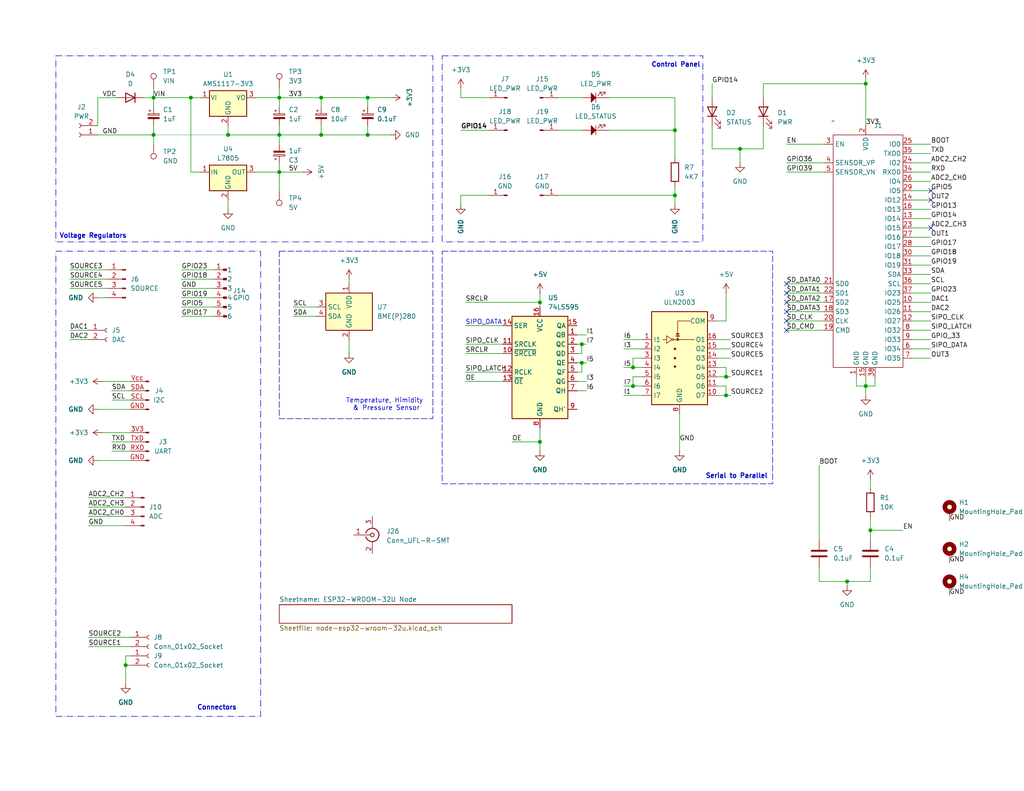
<source format=kicad_sch>
(kicad_sch (version 20231120) (generator "eeschema") (generator_version "8.0")
  (paper "USLetter")
  (title_block (title "ESP32 Sensor Node") (date "2024-07-03") (rev "v2.0") (comment 1 "ESP32-WROOM-32D Adapter"))
  (lib_symbols
    (symbol "+3V3_1" (power) (pin_numbers hide) (pin_names (offset 0) hide)
      (property "Value" "+3V3" (at 0 3.556 0))
      (symbol "+3V3_1_1_1"
        (pin power_in line (at 0 0 90) (length 0) (name "~") (number "1"))
      )
    )
    (symbol "+5V_1" (power) (pin_numbers hide) (pin_names (offset 0) hide)
      (property "Value" "+5V" (at 0 3.556 0))
      (symbol "+5V_1_1_1"
        (pin power_in line (at 0 0 90) (length 0) (name "~") (number "1"))
      )
    )
    (symbol "74xx:74LS595"
      (property "Reference" "U" (at -7.62 13.97 0))
      (property "Value" "74LS595" (at -7.62 -16.51 0))
      (symbol "74LS595_1_0"
        (pin tri_state line (at 10.16 7.62 180) (length 2.54) (name "QB") (number "1"))
        (pin input line (at -10.16 2.54 0) (length 2.54) (name "~{SRCLR}") (number "10"))
        (pin input line (at -10.16 5.08 0) (length 2.54) (name "SRCLK") (number "11"))
        (pin input line (at -10.16 -2.54 0) (length 2.54) (name "RCLK") (number "12"))
        (pin input line (at -10.16 -5.08 0) (length 2.54) (name "~{OE}") (number "13"))
        (pin input line (at -10.16 10.16 0) (length 2.54) (name "SER") (number "14"))
        (pin tri_state line (at 10.16 10.16 180) (length 2.54) (name "QA") (number "15"))
        (pin power_in line (at 0 15.24 270) (length 2.54) (name "VCC") (number "16"))
        (pin tri_state line (at 10.16 5.08 180) (length 2.54) (name "QC") (number "2"))
        (pin tri_state line (at 10.16 2.54 180) (length 2.54) (name "QD") (number "3"))
        (pin tri_state line (at 10.16 0 180) (length 2.54) (name "QE") (number "4"))
        (pin tri_state line (at 10.16 -2.54 180) (length 2.54) (name "QF") (number "5"))
        (pin tri_state line (at 10.16 -5.08 180) (length 2.54) (name "QG") (number "6"))
        (pin tri_state line (at 10.16 -7.62 180) (length 2.54) (name "QH") (number "7"))
        (pin power_in line (at 0 -17.78 90) (length 2.54) (name "GND") (number "8"))
        (pin output line (at 10.16 -12.7 180) (length 2.54) (name "QH'") (number "9"))
      )
    )
    (symbol "Alexander Symbol Library 2:Conn_UFL-R-SMT" (pin_names (offset 1.016) hide)
      (property "Reference" "J" (at -3.81 4.064 0))
      (property "Value" "Conn_UFL-R-SMT" (at 2.921 0 90))
      (symbol "Conn_UFL-R-SMT_1_1"
        (pin passive line (at -5.08 0 0) (length 2.54) (name "SIGNAL") (number "1"))
        (pin passive line (at 0 -5.08 90) (length 2.54) (name "GND") (number "2"))
        (pin passive line (at 0 5.08 270) (length 3.048) (name "GND") (number "3"))
      )
    )
    (symbol "Alexander Symbol Library:BME(P)280"
      (property "Reference" "U" (at -7.62 10.16 0))
      (property "Value" "BME(P)280" (at 5.08 10.16 0))
      (symbol "BME(P)280_1_1"
        (pin power_in line (at -1.27 10.16 270) (length 2.54) (name "VDD") (number "1"))
        (pin power_out line (at -1.27 -5.08 90) (length 2.54) (name "GND") (number "2"))
        (pin input line (at -10.16 3.81 0) (length 2.54) (name "SCL") (number "3"))
        (pin bidirectional line (at -10.16 1.27 0) (length 2.54) (name "SDA") (number "4"))
      )
    )
    (symbol "Alexander_Library_Symbols:Conn_2x3" (pin_names (offset 1.016))
      (property "Reference" "J" (at 0 0 0))
      (symbol "Conn_2x3_1_1"
        (pin bidirectional line (at -2.54 -2.54 0) (length 2.54) (name "1") (number "1"))
        (pin bidirectional line (at -2.54 -5.08 0) (length 2.54) (name "2") (number "2"))
        (pin bidirectional line (at -2.54 -7.62 0) (length 2.54) (name "3") (number "3"))
        (pin bidirectional line (at -2.54 -10.16 0) (length 2.54) (name "4") (number "4"))
        (pin bidirectional line (at -2.54 -12.7 0) (length 2.54) (name "5") (number "5"))
        (pin bidirectional line (at -2.54 -15.24 0) (length 2.54) (name "6") (number "6"))
      )
    )
    (symbol "Alexander_Library_Symbols:Conn_I2C_01x04" (pin_names (offset 1.016) hide)
      (property "Reference" "J" (at 0 5.08 0))
      (property "Value" "I2C" (at 0 -7.62 0))
      (symbol "Conn_I2C_01x04_1_1"
        (pin power_out line (at 5.08 -5.08 180) (length 3.81) (name "GND") (number "GND"))
        (pin bidirectional line (at 5.08 -2.54 180) (length 3.81) (name "SCL") (number "SCL"))
        (pin bidirectional line (at 5.08 0 180) (length 3.81) (name "SDA") (number "SDA"))
        (pin power_in line (at 5.08 2.54 180) (length 3.81) (name "VCC") (number "Vcc"))
      )
    )
    (symbol "Alexander_Library_Symbols:ESP32-WROOM-32D-SOCKET"
      (property "Reference" "J" (at 0 0 0))
      (symbol "ESP32-WROOM-32D-SOCKET_1_1"
        (pin power_out line (at 6.35 -69.85 90) (length 2.54) (name "GND") (number "1"))
        (pin bidirectional line (at 21.59 -49.53 180) (length 2.54) (name "IO25") (number "10"))
        (pin bidirectional line (at 21.59 -52.07 180) (length 2.54) (name "IO26") (number "11"))
        (pin bidirectional line (at 21.59 -54.61 180) (length 2.54) (name "IO27") (number "12"))
        (pin bidirectional line (at 21.59 -26.67 180) (length 2.54) (name "IO14") (number "13"))
        (pin bidirectional line (at 21.59 -21.59 180) (length 2.54) (name "IO12") (number "14"))
        (pin power_out line (at 8.89 -69.85 90) (length 2.54) (name "GND") (number "15"))
        (pin bidirectional line (at 21.59 -24.13 180) (length 2.54) (name "IO13") (number "16"))
        (pin input line (at -2.54 -49.53 0) (length 2.54) (name "SD2") (number "17"))
        (pin input line (at -2.54 -52.07 0) (length 2.54) (name "SD3") (number "18"))
        (pin input line (at -2.54 -57.15 0) (length 2.54) (name "CMD") (number "19"))
        (pin power_in line (at 8.89 -1.27 270) (length 2.54) (name "VDD") (number "2"))
        (pin input line (at -2.54 -54.61 0) (length 2.54) (name "CLK") (number "20"))
        (pin input line (at -2.54 -44.45 0) (length 2.54) (name "SD0") (number "21"))
        (pin input line (at -2.54 -46.99 0) (length 2.54) (name "SD1") (number "22"))
        (pin bidirectional line (at 21.59 -29.21 180) (length 2.54) (name "IO15") (number "23"))
        (pin bidirectional line (at 21.59 -11.43 180) (length 2.54) (name "IO2") (number "24"))
        (pin bidirectional line (at 21.59 -6.35 180) (length 2.54) (name "IO0") (number "25"))
        (pin bidirectional line (at 21.59 -16.51 180) (length 2.54) (name "IO4") (number "26"))
        (pin bidirectional line (at 21.59 -31.75 180) (length 2.54) (name "IO16") (number "27"))
        (pin bidirectional line (at 21.59 -34.29 180) (length 2.54) (name "IO17") (number "28"))
        (pin bidirectional line (at 21.59 -19.05 180) (length 2.54) (name "IO5") (number "29"))
        (pin input line (at -2.54 -6.35 0) (length 2.54) (name "EN") (number "3"))
        (pin bidirectional line (at 21.59 -36.83 180) (length 2.54) (name "IO18") (number "30"))
        (pin bidirectional line (at 21.59 -39.37 180) (length 2.54) (name "IO19") (number "31"))
        (pin bidirectional line (at 21.59 -41.91 180) (length 2.54) (name "SDA") (number "33"))
        (pin input line (at 21.59 -13.97 180) (length 2.54) (name "RXD0") (number "34"))
        (pin output line (at 21.59 -8.89 180) (length 2.54) (name "TXD0") (number "35"))
        (pin bidirectional line (at 21.59 -44.45 180) (length 2.54) (name "SCL") (number "36"))
        (pin bidirectional line (at 21.59 -46.99 180) (length 2.54) (name "IO23") (number "37"))
        (pin power_out line (at 11.43 -69.85 90) (length 2.54) (name "GND") (number "38"))
        (pin input line (at -2.54 -11.43 0) (length 2.54) (name "SENSOR_VP") (number "4"))
        (pin input line (at -2.54 -13.97 0) (length 2.54) (name "SENSOR_VN") (number "5"))
        (pin bidirectional line (at 21.59 -62.23 180) (length 2.54) (name "IO34") (number "6"))
        (pin bidirectional line (at 21.59 -64.77 180) (length 2.54) (name "IO35") (number "7"))
        (pin bidirectional line (at 21.59 -57.15 180) (length 2.54) (name "IO32") (number "8"))
        (pin bidirectional line (at 21.59 -59.69 180) (length 2.54) (name "IO33") (number "9"))
      )
    )
    (symbol "Conn_UART_1" (pin_names (offset 1.016) hide)
      (property "Reference" "J" (at 1.27 3.81 0))
      (property "Value" "UART" (at 2.54 -10.16 0))
      (symbol "Conn_UART_1_1_1"
        (pin power_in line (at 5.08 0 180) (length 3.81) (name "3V3") (number "3V3"))
        (pin power_out line (at 5.08 -7.62 180) (length 3.81) (name "GND") (number "GND"))
        (pin input line (at 5.08 -5.08 180) (length 3.81) (name "RXD") (number "RXD"))
        (pin output line (at 5.08 -2.54 180) (length 3.81) (name "TXD") (number "TXD"))
      )
    )
    (symbol "Connector:Conn_01x01_Pin" (pin_names (offset 1.016) hide)
      (property "Reference" "J" (at 0 2.54 0))
      (property "Value" "Conn_01x01_Pin" (at 0 -2.54 0))
      (symbol "Conn_01x01_Pin_1_1"
        (pin passive line (at 5.08 0 180) (length 3.81) (name "Pin_1") (number "1"))
      )
    )
    (symbol "Connector:Conn_01x02_Socket" (pin_names (offset 1.016) hide)
      (property "Reference" "J" (at 0 2.54 0))
      (property "Value" "Conn_01x02_Socket" (at 0 -5.08 0))
      (symbol "Conn_01x02_Socket_1_1"
        (pin passive line (at -5.08 0 0) (length 3.81) (name "Pin_1") (number "1"))
        (pin passive line (at -5.08 -2.54 0) (length 3.81) (name "Pin_2") (number "2"))
      )
    )
    (symbol "Connector:Conn_01x04_Pin" (pin_names (offset 1.016) hide)
      (property "Reference" "J" (at 0 5.08 0))
      (property "Value" "I2C" (at 0 -7.62 0))
      (symbol "Conn_01x04_Pin_1_1"
        (pin passive line (at 5.08 2.54 180) (length 3.81) (name "Pin_1") (number "1"))
        (pin passive line (at 5.08 0 180) (length 3.81) (name "Pin_2") (number "2"))
        (pin passive line (at 5.08 -2.54 180) (length 3.81) (name "Pin_3") (number "3"))
        (pin passive line (at 5.08 -5.08 180) (length 3.81) (name "Pin_4") (number "4"))
      )
    )
    (symbol "Connector:TestPoint" (pin_numbers hide) (pin_names (offset 0.762) hide)
      (property "Reference" "TP" (at 0 6.858 0))
      (property "Value" "TestPoint" (at 0 5.08 0))
      (symbol "TestPoint_1_1"
        (pin passive line (at 0 0 90) (length 2.54) (name "1") (number "1"))
      )
    )
    (symbol "Device:C" (pin_numbers hide) (pin_names (offset 0.254))
      (property "Reference" "C" (at 0.635 2.54 0))
      (property "Value" "C" (at 0.635 -2.54 0))
      (symbol "C_1_1"
        (pin passive line (at 0 3.81 270) (length 2.794) (name "~") (number "1"))
        (pin passive line (at 0 -3.81 90) (length 2.794) (name "~") (number "2"))
      )
    )
    (symbol "Device:C_Polarized_Small" (pin_numbers hide) (pin_names (offset 0.254) hide)
      (property "Reference" "C" (at 0.254 1.778 0))
      (property "Value" "C_Polarized_Small" (at 0.254 -2.032 0))
      (symbol "C_Polarized_Small_1_1"
        (pin passive line (at 0 2.54 270) (length 1.8542) (name "~") (number "1"))
        (pin passive line (at 0 -2.54 90) (length 1.8542) (name "~") (number "2"))
      )
    )
    (symbol "Device:D" (pin_numbers hide) (pin_names (offset 1.016) hide)
      (property "Reference" "D" (at 0 2.54 0))
      (property "Value" "D" (at 0 -2.54 0))
      (symbol "D_1_1"
        (pin passive line (at -3.81 0 0) (length 2.54) (name "K") (number "1"))
        (pin passive line (at 3.81 0 180) (length 2.54) (name "A") (number "2"))
      )
    )
    (symbol "Device:LED" (pin_numbers hide) (pin_names (offset 1.016) hide)
      (property "Reference" "D" (at 0 2.54 0))
      (property "Value" "LED" (at 0 -2.54 0))
      (symbol "LED_1_1"
        (pin passive line (at -3.81 0 0) (length 2.54) (name "K") (number "1"))
        (pin passive line (at 3.81 0 180) (length 2.54) (name "A") (number "2"))
      )
    )
    (symbol "Device:R" (pin_numbers hide) (pin_names (offset 0))
      (property "Reference" "R" (at 2.032 0 90))
      (property "Value" "R" (at 0 0 90))
      (symbol "R_1_1"
        (pin passive line (at 0 3.81 270) (length 1.27) (name "~") (number "1"))
        (pin passive line (at 0 -3.81 90) (length 1.27) (name "~") (number "2"))
      )
    )
    (symbol "GND_1" (power) (pin_numbers hide) (pin_names (offset 0) hide)
      (property "Value" "GND" (at 0 -3.81 0))
      (symbol "GND_1_1_1"
        (pin power_in line (at 0 0 270) (length 0) (name "~") (number "1"))
      )
    )
    (symbol "GND_3" (power) (pin_numbers hide) (pin_names (offset 0) hide)
      (property "Value" "GND" (at 0 -3.81 0))
      (symbol "GND_3_1_1"
        (pin power_in line (at 0 0 270) (length 0) (name "~") (number "1"))
      )
    )
    (symbol "GND_4" (power) (pin_numbers hide) (pin_names (offset 0) hide)
      (property "Value" "GND" (at 0 -3.81 0))
      (symbol "GND_4_1_1"
        (pin power_in line (at 0 0 270) (length 0) (name "~") (number "1"))
      )
    )
    (symbol "GND_5" (power) (pin_numbers hide) (pin_names (offset 0) hide)
      (property "Value" "GND" (at 0 -3.81 0))
      (symbol "GND_5_1_1"
        (pin power_in line (at 0 0 270) (length 0) (name "~") (number "1"))
      )
    )
    (symbol "Mechanical:MountingHole_Pad" (pin_numbers hide) (pin_names (offset 1.016) hide)
      (property "Reference" "H" (at 0 6.35 0))
      (property "Value" "MountingHole_Pad" (at 0 4.445 0))
      (symbol "MountingHole_Pad_1_1"
        (pin input line (at 0 -2.54 90) (length 2.54) (name "1") (number "1"))
      )
    )
    (symbol "PCM_SL_Devices:LED_5mm"
      (property "Reference" "D" (at -0.508 5.334 0))
      (property "Value" "LED_5mm" (at -0.508 2.794 0))
      (symbol "LED_5mm_1_1"
        (pin passive line (at 3.81 0 180) (length 1.5) (name "~") (number "1"))
        (pin passive line (at -3.81 0 0) (length 1.5) (name "") (number "2"))
      )
    )
    (symbol "Regulator_Linear:L7805" (pin_names (offset 0.254))
      (property "Reference" "U4" (at 0 6.35 0))
      (property "Value" "L7805" (at 0 3.81 0))
      (symbol "L7805_1_1"
        (pin power_in line (at -7.62 0 0) (length 2.54) (name "IN") (number "1"))
        (pin power_in line (at 0 -7.62 90) (length 2.54) (name "GND") (number "2"))
        (pin power_out line (at 7.62 0 180) (length 2.54) (name "OUT") (number "3"))
      )
    )
    (symbol "Regulator_Linear:LM78M05_TO220" (pin_names (offset 0.254))
      (property "Reference" "U" (at -3.81 3.175 0))
      (property "Value" "LM78M05_TO220" (at 0 3.175 0))
      (symbol "LM78M05_TO220_1_1"
        (pin power_in line (at -7.62 0 0) (length 2.54) (name "VI") (number "1"))
        (pin power_in line (at 0 -7.62 90) (length 2.54) (name "GND") (number "2"))
        (pin power_out line (at 7.62 0 180) (length 2.54) (name "VO") (number "3"))
      )
    )
    (symbol "Transistor_Array:ULN2003"
      (property "Reference" "U" (at 0 15.875 0))
      (property "Value" "ULN2003" (at 0 13.97 0))
      (symbol "ULN2003_1_1"
        (pin input line (at -10.16 5.08 0) (length 2.54) (name "I1") (number "1"))
        (pin open_collector line (at 10.16 -10.16 180) (length 2.54) (name "O7") (number "10"))
        (pin open_collector line (at 10.16 -7.62 180) (length 2.54) (name "O6") (number "11"))
        (pin open_collector line (at 10.16 -5.08 180) (length 2.54) (name "O5") (number "12"))
        (pin open_collector line (at 10.16 -2.54 180) (length 2.54) (name "O4") (number "13"))
        (pin open_collector line (at 10.16 0 180) (length 2.54) (name "O3") (number "14"))
        (pin open_collector line (at 10.16 2.54 180) (length 2.54) (name "O2") (number "15"))
        (pin open_collector line (at 10.16 5.08 180) (length 2.54) (name "O1") (number "16"))
        (pin input line (at -10.16 2.54 0) (length 2.54) (name "I2") (number "2"))
        (pin input line (at -10.16 0 0) (length 2.54) (name "I3") (number "3"))
        (pin input line (at -10.16 -2.54 0) (length 2.54) (name "I4") (number "4"))
        (pin input line (at -10.16 -5.08 0) (length 2.54) (name "I5") (number "5"))
        (pin input line (at -10.16 -7.62 0) (length 2.54) (name "I6") (number "6"))
        (pin input line (at -10.16 -10.16 0) (length 2.54) (name "I7") (number "7"))
        (pin power_in line (at 0 -15.24 90) (length 2.54) (name "GND") (number "8"))
        (pin passive line (at 10.16 10.16 180) (length 2.54) (name "COM") (number "9"))
      )
    )
    (symbol "power:+3V3" (power) (pin_names (offset 0))
      (property "Value" "+3V3" (at 0 3.556 0))
      (symbol "+3V3_1_1"
        (pin power_in line (at 0 0 90) (length 0) hide (name "+3V3") (number "1"))
      )
    )
    (symbol "power:+5V" (power) (pin_names (offset 0))
      (property "Value" "+5V" (at 0 3.556 0))
      (symbol "+5V_1_1"
        (pin power_in line (at 0 0 90) (length 0) hide (name "+5V") (number "1"))
      )
    )
    (symbol "power:GND" (power) (pin_names (offset 0))
      (property "Value" "GND" (at 0 -3.81 0))
      (symbol "GND_1_1"
        (pin power_in line (at 0 0 270) (length 0) hide (name "GND") (number "1"))
      )
    )
  )
  (junction (at 147.32 120.65))
  (junction (at 87.63 26.67))
  (junction (at 62.23 36.83))
  (junction (at 198.12 102.87))
  (junction (at 76.2 36.83))
  (junction (at 184.15 35.56))
  (junction (at 198.12 107.95))
  (junction (at 172.72 105.41))
  (junction (at 100.33 36.83))
  (junction (at 41.91 36.83))
  (junction (at 52.07 26.67))
  (junction (at 76.2 46.99))
  (junction (at 158.75 93.98))
  (junction (at 236.22 105.41))
  (junction (at 158.75 99.06))
  (junction (at 237.49 144.78))
  (junction (at 100.33 26.67))
  (junction (at 76.2 26.67))
  (junction (at 41.91 26.67))
  (junction (at 87.63 36.83))
  (junction (at 147.32 82.55))
  (junction (at 184.15 53.34))
  (junction (at 231.14 158.75))
  (junction (at 236.22 22.86))
  (junction (at 201.93 40.64))
  (junction (at 172.72 100.33))
  (junction (at 34.29 181.61))
  (no_connect (at 214.63 82.55))
  (no_connect (at 214.63 90.17))
  (no_connect (at 214.63 85.09))
  (no_connect (at 254 52.07))
  (no_connect (at 254 62.23))
  (no_connect (at 254 54.61))
  (no_connect (at 214.63 80.01))
  (no_connect (at 214.63 87.63))
  (no_connect (at 214.63 77.47))
  (wire (pts (xy 158.75 99.06) (xy 158.75 101.6)))
  (wire (pts (xy 248.92 44.45) (xy 254 44.45)))
  (wire (pts (xy 62.23 54.61) (xy 62.23 57.15)))
  (wire (pts (xy 52.07 26.67) (xy 54.61 26.67)))
  (wire (pts (xy 157.48 99.06) (xy 158.75 99.06)))
  (wire (pts (xy 214.63 87.63) (xy 224.79 87.63)))
  (wire (pts (xy 34.29 179.07) (xy 34.29 181.61)))
  (wire (pts (xy 30.48 109.22) (xy 35.56 109.22)))
  (wire (pts (xy 195.58 107.95) (xy 198.12 107.95)))
  (wire (pts (xy 41.91 36.83) (xy 62.23 36.83)) (stroke (width 0.0254)))
  (wire (pts (xy 147.32 116.84) (xy 147.32 120.65)))
  (wire (pts (xy 127 93.98) (xy 137.16 93.98)))
  (wire (pts (xy 184.15 26.67) (xy 184.15 35.56)))
  (wire (pts (xy 184.15 50.8) (xy 184.15 53.34)))
  (wire (pts (xy 24.13 173.99) (xy 35.56 173.99)))
  (wire (pts (xy 223.52 158.75) (xy 231.14 158.75)))
  (wire (pts (xy 41.91 26.67) (xy 52.07 26.67)))
  (wire (pts (xy 248.92 49.53) (xy 254 49.53)))
  (wire (pts (xy 201.93 40.64) (xy 208.28 40.64)))
  (wire (pts (xy 214.63 85.09) (xy 224.79 85.09)))
  (wire (pts (xy 54.61 46.99) (xy 52.07 46.99)))
  (wire (pts (xy 30.48 120.65) (xy 35.56 120.65)))
  (wire (pts (xy 24.13 140.97) (xy 34.29 140.97)))
  (wire (pts (xy 127 96.52) (xy 137.16 96.52)))
  (wire (pts (xy 236.22 21.59) (xy 236.22 22.86)))
  (wire (pts (xy 248.92 64.77) (xy 254 64.77)))
  (wire (pts (xy 172.72 100.33) (xy 175.26 100.33)))
  (wire (pts (xy 172.72 105.41) (xy 175.26 105.41)))
  (wire (pts (xy 248.92 67.31) (xy 254 67.31)))
  (wire (pts (xy 27.94 104.14) (xy 35.56 104.14)))
  (wire (pts (xy 198.12 107.95) (xy 199.39 107.95)))
  (wire (pts (xy 170.18 92.71) (xy 175.26 92.71)))
  (wire (pts (xy 62.23 34.29) (xy 62.23 36.83)))
  (wire (pts (xy 100.33 36.83) (xy 106.68 36.83)))
  (wire (pts (xy 195.58 92.71) (xy 199.39 92.71)))
  (wire (pts (xy 29.21 78.74) (xy 19.05 78.74)))
  (wire (pts (xy 233.68 105.41) (xy 236.22 105.41)))
  (wire (pts (xy 158.75 93.98) (xy 160.02 93.98)))
  (wire (pts (xy 125.73 26.67) (xy 125.73 24.13)))
  (wire (pts (xy 76.2 34.29) (xy 76.2 36.83)))
  (wire (pts (xy 29.21 73.66) (xy 19.05 73.66)))
  (wire (pts (xy 248.92 39.37) (xy 254 39.37)))
  (wire (pts (xy 87.63 26.67) (xy 87.63 29.21)))
  (wire (pts (xy 49.53 83.82) (xy 58.42 83.82)))
  (wire (pts (xy 198.12 87.63) (xy 195.58 87.63)))
  (wire (pts (xy 194.31 22.86) (xy 194.31 26.67)))
  (wire (pts (xy 195.58 105.41) (xy 198.12 105.41)))
  (wire (pts (xy 26.67 81.28) (xy 29.21 81.28)))
  (wire (pts (xy 49.53 73.66) (xy 58.42 73.66)))
  (wire (pts (xy 147.32 82.55) (xy 147.32 83.82)))
  (wire (pts (xy 125.73 53.34) (xy 125.73 55.88)))
  (wire (pts (xy 224.79 39.37) (xy 214.63 39.37)))
  (wire (pts (xy 166.37 35.56) (xy 184.15 35.56)))
  (wire (pts (xy 133.35 26.67) (xy 125.73 26.67)))
  (wire (pts (xy 147.32 80.01) (xy 147.32 82.55)))
  (wire (pts (xy 26.67 26.67) (xy 31.75 26.67)))
  (wire (pts (xy 233.68 102.87) (xy 233.68 105.41)))
  (wire (pts (xy 41.91 39.37) (xy 41.91 36.83)))
  (wire (pts (xy 19.05 90.17) (xy 24.13 90.17)))
  (wire (pts (xy 214.63 46.99) (xy 224.79 46.99)))
  (wire (pts (xy 49.53 76.2) (xy 58.42 76.2)))
  (wire (pts (xy 34.29 181.61) (xy 35.56 181.61)))
  (wire (pts (xy 27.94 118.11) (xy 35.56 118.11)))
  (wire (pts (xy 41.91 26.67) (xy 41.91 29.21)))
  (wire (pts (xy 237.49 140.97) (xy 237.49 144.78)))
  (wire (pts (xy 237.49 144.78) (xy 246.38 144.78)))
  (wire (pts (xy 198.12 100.33) (xy 198.12 102.87)))
  (wire (pts (xy 248.92 92.71) (xy 254 92.71)))
  (wire (pts (xy 41.91 34.29) (xy 41.91 36.83)))
  (wire (pts (xy 201.93 44.45) (xy 201.93 40.64)))
  (wire (pts (xy 152.4 35.56) (xy 158.75 35.56)))
  (wire (pts (xy 214.63 80.01) (xy 224.79 80.01)))
  (wire (pts (xy 198.12 80.01) (xy 198.12 87.63)))
  (wire (pts (xy 24.13 176.53) (xy 35.56 176.53)))
  (wire (pts (xy 214.63 77.47) (xy 224.79 77.47)))
  (wire (pts (xy 157.48 96.52) (xy 158.75 96.52)))
  (wire (pts (xy 157.48 104.14) (xy 160.02 104.14)))
  (wire (pts (xy 208.28 34.29) (xy 208.28 40.64)))
  (wire (pts (xy 52.07 26.67) (xy 52.07 46.99)))
  (wire (pts (xy 248.92 87.63) (xy 254 87.63)))
  (wire (pts (xy 35.56 179.07) (xy 34.29 179.07)))
  (wire (pts (xy 76.2 46.99) (xy 82.55 46.99)))
  (wire (pts (xy 41.91 24.13) (xy 41.91 26.67)))
  (wire (pts (xy 76.2 36.83) (xy 87.63 36.83)))
  (wire (pts (xy 248.92 90.17) (xy 254 90.17)))
  (wire (pts (xy 152.4 26.67) (xy 158.75 26.67)))
  (wire (pts (xy 195.58 97.79) (xy 199.39 97.79)))
  (wire (pts (xy 248.92 80.01) (xy 254 80.01)))
  (wire (pts (xy 237.49 154.94) (xy 237.49 158.75)))
  (wire (pts (xy 208.28 22.86) (xy 208.28 26.67)))
  (wire (pts (xy 127 88.9) (xy 137.16 88.9)))
  (wire (pts (xy 80.01 86.36) (xy 86.36 86.36)))
  (wire (pts (xy 195.58 100.33) (xy 198.12 100.33)))
  (wire (pts (xy 35.56 111.76) (xy 26.67 111.76)))
  (wire (pts (xy 195.58 95.25) (xy 199.39 95.25)))
  (wire (pts (xy 30.48 123.19) (xy 35.56 123.19)))
  (wire (pts (xy 125.73 35.56) (xy 133.35 35.56)))
  (wire (pts (xy 87.63 26.67) (xy 100.33 26.67)))
  (wire (pts (xy 194.31 40.64) (xy 201.93 40.64)))
  (wire (pts (xy 76.2 36.83) (xy 76.2 39.37)))
  (wire (pts (xy 248.92 41.91) (xy 254 41.91)))
  (wire (pts (xy 248.92 85.09) (xy 254 85.09)))
  (wire (pts (xy 237.49 144.78) (xy 237.49 147.32)))
  (wire (pts (xy 194.31 34.29) (xy 194.31 40.64)))
  (wire (pts (xy 147.32 120.65) (xy 147.32 123.19)))
  (wire (pts (xy 100.33 26.67) (xy 100.33 29.21)))
  (wire (pts (xy 62.23 36.83) (xy 76.2 36.83)))
  (wire (pts (xy 248.92 72.39) (xy 254 72.39)))
  (wire (pts (xy 214.63 90.17) (xy 224.79 90.17)))
  (wire (pts (xy 76.2 29.21) (xy 76.2 26.67)))
  (wire (pts (xy 236.22 22.86) (xy 236.22 34.29)))
  (wire (pts (xy 80.01 83.82) (xy 86.36 83.82)))
  (wire (pts (xy 248.92 46.99) (xy 254 46.99)))
  (wire (pts (xy 76.2 46.99) (xy 76.2 52.07)))
  (wire (pts (xy 170.18 105.41) (xy 172.72 105.41)))
  (wire (pts (xy 248.92 57.15) (xy 254 57.15)))
  (wire (pts (xy 248.92 74.93) (xy 254 74.93)))
  (wire (pts (xy 26.67 36.83) (xy 41.91 36.83)))
  (wire (pts (xy 24.13 138.43) (xy 34.29 138.43)))
  (wire (pts (xy 125.73 53.34) (xy 133.35 53.34)))
  (wire (pts (xy 49.53 81.28) (xy 58.42 81.28)))
  (wire (pts (xy 170.18 107.95) (xy 175.26 107.95)))
  (wire (pts (xy 214.63 44.45) (xy 224.79 44.45)))
  (wire (pts (xy 157.48 91.44) (xy 160.02 91.44)))
  (wire (pts (xy 35.56 125.73) (xy 26.67 125.73)))
  (wire (pts (xy 248.92 62.23) (xy 254 62.23)))
  (wire (pts (xy 100.33 34.29) (xy 100.33 36.83)))
  (wire (pts (xy 95.25 76.2) (xy 95.25 77.47)))
  (wire (pts (xy 49.53 86.36) (xy 58.42 86.36)))
  (wire (pts (xy 236.22 105.41) (xy 236.22 107.95)))
  (wire (pts (xy 248.92 54.61) (xy 254 54.61)))
  (wire (pts (xy 248.92 82.55) (xy 254 82.55)))
  (wire (pts (xy 248.92 97.79) (xy 254 97.79)))
  (wire (pts (xy 76.2 44.45) (xy 76.2 46.99)))
  (wire (pts (xy 170.18 95.25) (xy 175.26 95.25)))
  (wire (pts (xy 127 101.6) (xy 137.16 101.6)))
  (wire (pts (xy 223.52 127) (xy 223.52 147.32)))
  (wire (pts (xy 184.15 53.34) (xy 184.15 55.88)))
  (wire (pts (xy 198.12 105.41) (xy 198.12 107.95)))
  (wire (pts (xy 69.85 46.99) (xy 76.2 46.99)))
  (wire (pts (xy 69.85 26.67) (xy 76.2 26.67)))
  (wire (pts (xy 19.05 92.71) (xy 24.13 92.71)))
  (wire (pts (xy 34.29 181.61) (xy 34.29 186.69)))
  (wire (pts (xy 127 82.55) (xy 147.32 82.55)))
  (wire (pts (xy 238.76 105.41) (xy 236.22 105.41)))
  (wire (pts (xy 198.12 102.87) (xy 199.39 102.87)))
  (wire (pts (xy 248.92 52.07) (xy 254 52.07)))
  (wire (pts (xy 157.48 93.98) (xy 158.75 93.98)))
  (wire (pts (xy 248.92 95.25) (xy 254 95.25)))
  (wire (pts (xy 238.76 102.87) (xy 238.76 105.41)))
  (wire (pts (xy 34.29 135.89) (xy 24.13 135.89)))
  (wire (pts (xy 184.15 35.56) (xy 184.15 43.18)))
  (wire (pts (xy 139.7 120.65) (xy 147.32 120.65)))
  (wire (pts (xy 248.92 69.85) (xy 254 69.85)))
  (wire (pts (xy 76.2 24.13) (xy 76.2 26.67)))
  (wire (pts (xy 175.26 102.87) (xy 172.72 102.87)))
  (wire (pts (xy 248.92 59.69) (xy 254 59.69)))
  (wire (pts (xy 175.26 97.79) (xy 172.72 97.79)))
  (wire (pts (xy 237.49 130.81) (xy 237.49 133.35)))
  (wire (pts (xy 170.18 100.33) (xy 172.72 100.33)))
  (wire (pts (xy 87.63 34.29) (xy 87.63 36.83)))
  (wire (pts (xy 30.48 106.68) (xy 35.56 106.68)))
  (wire (pts (xy 248.92 77.47) (xy 254 77.47)))
  (wire (pts (xy 26.67 26.67) (xy 26.67 34.29)))
  (wire (pts (xy 152.4 53.34) (xy 184.15 53.34)))
  (wire (pts (xy 231.14 158.75) (xy 231.14 160.02)))
  (wire (pts (xy 24.13 143.51) (xy 34.29 143.51)))
  (wire (pts (xy 214.63 82.55) (xy 224.79 82.55)))
  (wire (pts (xy 172.72 97.79) (xy 172.72 100.33)))
  (wire (pts (xy 157.48 101.6) (xy 158.75 101.6)))
  (wire (pts (xy 157.48 106.68) (xy 160.02 106.68)))
  (wire (pts (xy 95.25 92.71) (xy 95.25 96.52)))
  (wire (pts (xy 223.52 154.94) (xy 223.52 158.75)))
  (wire (pts (xy 195.58 102.87) (xy 198.12 102.87)))
  (wire (pts (xy 185.42 113.03) (xy 185.42 123.19)))
  (wire (pts (xy 76.2 26.67) (xy 87.63 26.67)))
  (wire (pts (xy 49.53 78.74) (xy 58.42 78.74)))
  (wire (pts (xy 29.21 76.2) (xy 19.05 76.2)))
  (wire (pts (xy 231.14 158.75) (xy 237.49 158.75)))
  (wire (pts (xy 208.28 22.86) (xy 236.22 22.86)))
  (wire (pts (xy 158.75 99.06) (xy 160.02 99.06)))
  (wire (pts (xy 172.72 102.87) (xy 172.72 105.41)))
  (wire (pts (xy 236.22 102.87) (xy 236.22 105.41)))
  (wire (pts (xy 158.75 96.52) (xy 158.75 93.98)))
  (wire (pts (xy 166.37 26.67) (xy 184.15 26.67)))
  (wire (pts (xy 87.63 36.83) (xy 100.33 36.83)))
  (wire (pts (xy 100.33 26.67) (xy 106.68 26.67)))
  (wire (pts (xy 39.37 26.67) (xy 41.91 26.67)))
  (wire (pts (xy 127 104.14) (xy 137.16 104.14)))
  (rectangle (start 120.65 68.58) (end 210.82 132.08) (stroke (width 0) (type dash)))
  (rectangle (start 15.24 68.58) (end 71.12 195.58) (stroke (width 0) (type dash_dot)))
  (rectangle (start 76.2 68.58) (end 118.11 114.3) (stroke (width 0) (type dash)))
  (rectangle (start 120.65 15.24) (end 191.77 66.04) (stroke (width 0) (type dash_dot)))
  (rectangle (start 15.24 15.24) (end 118.11 66.04) (stroke (width 0) (type dash_dot)))
  (text "Voltage Regulators" (at 25.4 63.754 0) (effects (font (size 1.27 1.27) (thickness 0.254) (bold yes)) (justify top)))
  (text "Control Panel " (at 184.912 17.78 0) (effects (font (size 1.27 1.27) (thickness 0.254) (bold yes))))
  (text "Connectors\n" (at 59.182 193.294 0) (effects (font (size 1.27 1.27) (thickness 0.254) (bold yes))))
  (text "Serial to Parallel" (at 209.55 130.81 0) (effects (font (size 1.27 1.27) (bold yes)) (justify right bottom)))
  (text "Temperature, Himidity \n& Pressure Sensor" (at 105.41 110.49 0) (effects (font (size 1.27 1.27))))
  (label "SIPO_DATA" (at 254 95.25 0))
  (label "SOURCE5" (at 199.39 97.79 0))
  (label "GND" (at 259.08 142.24 0))
  (label "SOURCE3" (at 19.05 73.66 0))
  (label "SOURCE4" (at 19.05 76.2 0))
  (label "SD_DATA1" (at 214.63 80.01 0))
  (label "SOURCE1" (at 24.13 176.53 0))
  (label "I7" (at 160.02 93.98 0))
  (label "GPIO5" (at 254 52.07 0))
  (label "SOURCE5" (at 19.05 78.74 0))
  (label "ADC2_CH2" (at 254 44.45 0))
  (label "OUT1" (at 254 64.77 0))
  (label "GPIO_33" (at 254 92.71 0))
  (label "I3" (at 160.02 104.14 0))
  (label "OUT2" (at 254 54.61 0))
  (label "SD_DATA0" (at 214.63 77.47 0))
  (label "GPIO23" (at 254 80.01 0))
  (label "VDC" (at 27.94 26.67 0))
  (label "GPIO13" (at 254 57.15 0))
  (label "SCL" (at 80.01 83.82 0))
  (label "SIPO_CLK" (at 127 93.98 0))
  (label "SD_CLK" (at 214.63 87.63 0))
  (label "DAC2" (at 19.05 92.71 0))
  (label "OE" (at 139.7 120.65 0))
  (label "TXD" (at 254 41.91 0))
  (label "I1" (at 170.18 107.95 0))
  (label "BOOT" (at 223.52 127 0))
  (label "ADC2_CH2" (at 24.13 135.89 0))
  (label "SDA" (at 254 74.93 0))
  (label "SD_CMD" (at 214.63 90.17 0))
  (label "ADC2_CH0" (at 24.13 140.97 0))
  (label "SD_DATA3" (at 214.63 85.09 0))
  (label "SIPO_LATCH" (at 127 101.6 0))
  (label "I5" (at 160.02 99.06 0))
  (label "GPIO17" (at 254 67.31 0))
  (label "GPIO23" (at 49.53 73.66 0))
  (label "GPIO5" (at 49.53 83.82 0))
  (label "SD_DATA2" (at 214.63 82.55 0))
  (label "GND" (at 24.13 143.51 0))
  (label "EN" (at 246.38 144.78 0))
  (label "SCL" (at 254 77.47 0))
  (label "SIPO_LATCH" (at 254 90.17 0))
  (label "GPIO18" (at 254 69.85 0))
  (label "GPIO14" (at 194.31 22.86 0))
  (label "GPIO14" (at 254 59.69 0))
  (label "RXD" (at 30.48 123.19 0))
  (label "SCL" (at 30.48 109.22 0))
  (label "SIPO_CLK" (at 254 87.63 0))
  (label "GND" (at 49.53 78.74 0))
  (label "I6" (at 170.18 92.71 0))
  (label "3V3" (at 236.22 34.29 0))
  (label "ADC2_CH3" (at 254 62.23 0))
  (label "OUT3" (at 254 97.79 0))
  (label "GPIO39" (at 214.63 46.99 0))
  (label "I5" (at 170.18 100.33 0))
  (label "SOURCE1" (at 199.39 102.87 0))
  (label "GND" (at 259.08 153.67 0))
  (label "GPIO17" (at 49.53 86.36 0))
  (label "GPIO18" (at 49.53 76.2 0))
  (label "SOURCE2" (at 199.39 107.95 0))
  (label "BOOT" (at 254 39.37 0))
  (label "SRCLR" (at 127 82.55 0))
  (label "SOURCE3" (at 199.39 92.71 0))
  (label "ADC2_CH0" (at 254 49.53 0))
  (label "5V" (at 78.74 46.99 0))
  (label "ADC2_CH3" (at 24.13 138.43 0))
  (label "GND" (at 259.08 162.56 0))
  (label "VIN" (at 41.91 26.67 0))
  (label "DAC2" (at 254 85.09 0))
  (label "SDA" (at 80.01 86.36 0))
  (label "DAC1" (at 254 82.55 0))
  (label "3V3" (at 78.74 26.67 0))
  (label "OE" (at 127 104.14 0))
  (label "SDA" (at 30.48 106.68 0))
  (label "SRCLR" (at 127 96.52 0))
  (label "GPIO19" (at 49.53 81.28 0))
  (label "GPIO36" (at 214.63 44.45 0))
  (label "GPIO19" (at 254 72.39 0))
  (label "I3" (at 170.18 95.25 0))
  (label "GND" (at 27.94 36.83 0))
  (label "I1" (at 160.02 91.44 0))
  (label "DAC1" (at 19.05 90.17 0))
  (label "EN" (at 214.63 39.37 0))
  (label "I6" (at 160.02 106.68 0))
  (label "SIPO_DATA" (at 127 88.9 0))
  (label "GND" (at 185.42 120.65 0))
  (label "GPIO14" (at 125.73 35.56 0) (effects (font (bold yes))))
  (label "SOURCE4" (at 199.39 95.25 0))
  (label "I7" (at 170.18 105.41 0))
  (label "TXD" (at 30.48 120.65 0))
  (label "SOURCE2" (at 24.13 173.99 0))
  (label "RXD" (at 254 46.99 0))
  (symbol (lib_id "Connector:Conn_01x02_Socket") (at 29.21 90.17 0) (unit 1)
    (property "Reference" "J5" (at 30.48 90.1699 0) (effects (justify left)))
    (property "Value" "DAC" (at 30.48 92.7099 0) (effects (justify left)))
    (property "Footprint" "Connector_PinSocket_2.54mm:PinSocket_1x02_P2.54mm_Vertical" (effects (hide yes)))
  )
  (symbol (lib_id "power:GND") (at 106.68 36.83 90) (unit 1)
    (property "Reference" "#PWR03" (effects (hide yes)))
    (property "Value" "GND" (at 110.49 36.8299 90) (effects (justify right)))
  )
  (symbol (lib_id "Connector:Conn_01x04_Pin") (at 39.37 138.43 0) (mirror y) (unit 1)
    (property "Reference" "J10" (at 40.64 138.4299 0) (effects (justify right)))
    (property "Value" "ADC" (at 40.64 140.9699 0) (effects (justify right)))
    (property "Footprint" "Connector_PinSocket_2.54mm:PinSocket_1x04_P2.54mm_Vertical" (effects (hide yes)))
  )
  (symbol (lib_id "power:+3V3") (at 95.25 76.2 0) (unit 1)
    (property "Reference" "#PWR022" (effects (hide yes)))
    (property "Value" "+3V3" (at 95.25 71.12 0))
  )
  (symbol (lib_id "power:GND") (at 26.67 81.28 270) (unit 1)
    (property "Reference" "#PWR023" (effects (hide yes)))
    (property "Value" "GND" (at 22.86 81.28 90) (effects (font (bold yes)) (justify right)))
  )
  (symbol (lib_id "power:+3V3") (at 27.94 118.11 90) (unit 1)
    (property "Reference" "#PWR06" (effects (hide yes)))
    (property "Value" "+3V3" (at 24.13 118.1099 90) (effects (justify left)))
  )
  (symbol (lib_id "Alexander Symbol Library:BME(P)280") (at 96.52 87.63 0) (unit 1)
    (property "Reference" "U7" (at 102.87 83.8199 0) (effects (justify left)))
    (property "Value" "BME(P)280" (at 102.87 86.3599 0) (effects (justify left)))
    (property "Footprint" "Alexander Footprint Library:BME280_BMP280_I2C" (effects (hide yes)))
    (property "Description" "Absolute Barometric Pressure Sensor" (effects (hide yes)))
  )
  (symbol (lib_id "Device:LED") (at 194.31 30.48 90) (unit 1)
    (property "Reference" "D2" (at 198.12 30.7974 90) (effects (justify right)))
    (property "Value" "STATUS" (at 198.12 33.3374 90) (effects (justify right)))
    (property "Footprint" "LED_SMD:LED_1210_3225Metric_Pad1.42x2.65mm_HandSolder" (effects (hide yes)))
    (property "Description" "Light emitting diode" (effects (hide yes)))
  )
  (symbol (lib_id "Connector:Conn_01x01_Pin") (at 147.32 35.56 0) (mirror x) (unit 1)
    (property "Reference" "J19" (at 147.955 30.48 0))
    (property "Value" "LED_PWR" (at 147.955 33.02 0))
    (property "Footprint" "Alexander Footprint Library:Pad_1x01_P2.54_SMD" (effects (hide yes)))
    (property "Description" "Generic connector, single row, 01x01, script generated" (effects (hide yes)))
  )
  (symbol (lib_id "power:+3V3") (at 27.94 104.14 90) (unit 1)
    (property "Reference" "#PWR08" (effects (hide yes)))
    (property "Value" "+3V3" (at 24.13 104.14 90) (effects (justify left)))
  )
  (symbol (lib_id "power:+5V") (at 198.12 80.01 0) (unit 1)
    (property "Reference" "#PWR012" (effects (hide yes)))
    (property "Value" "+5V" (at 198.12 74.93 0))
  )
  (symbol (lib_id "Device:C_Polarized_Small") (at 87.63 31.75 0) (unit 1)
    (property "Reference" "C8" (at 90.17 29.9338 0) (effects (justify left)))
    (property "Value" "10uF" (at 90.17 32.4738 0) (effects (justify left)))
    (property "Footprint" "Capacitor_SMD:CP_Elec_3x5.3" (effects (hide yes)))
  )
  (symbol (lib_id "Transistor_Array:ULN2003") (at 185.42 97.79 0) (unit 1)
    (property "Reference" "U3" (at 185.42 80.01 0))
    (property "Value" "ULN2003" (at 185.42 82.55 0))
    (property "Footprint" "Package_DIP:DIP-16_W7.62mm" (effects (hide yes)))
    (property "Datasheet" "http://www.ti.com/lit/ds/symlink/uln2003a.pdf" (effects (hide yes)))
  )
  (symbol (lib_id "PCM_SL_Devices:LED_5mm") (at 162.56 26.67 0) (unit 1)
    (property "Reference" "D5" (at 162.56 20.32 0))
    (property "Value" "LED_PWR" (at 162.56 22.86 0))
    (property "Footprint" "LED_THT:LED_D5.0mm" (effects (hide yes)))
    (property "Description" "Common 5mm diameter LED" (effects (hide yes)))
  )
  (symbol (lib_name "Conn_UART_1") (lib_id "Alexander_Library_Symbols:Conn_UART") (at 40.64 118.11 0) (mirror y) (unit 1)
    (property "Reference" "J3" (at 44.45 120.65 0))
    (property "Value" "UART" (at 44.45 123.19 0))
    (property "Footprint" "Alexander Footprints Library:Conn_UART" (effects (hide yes)))
  )
  (symbol (lib_id "Device:C_Polarized_Small") (at 76.2 41.91 0) (mirror x) (unit 1)
    (property "Reference" "C3" (at 78.74 43.7261 0) (effects (justify left)))
    (property "Value" "1uF" (at 78.74 41.1861 0) (effects (justify left)))
    (property "Footprint" "Capacitor_THT:CP_Radial_D4.0mm_P2.00mm" (effects (hide yes)))
  )
  (symbol (lib_id "Device:C_Polarized_Small") (at 41.91 31.75 0) (unit 1)
    (property "Reference" "C1" (at 44.45 29.9339 0) (effects (justify left)))
    (property "Value" "1uF" (at 44.45 32.4739 0) (effects (justify left)))
    (property "Footprint" "Capacitor_THT:CP_Radial_D4.0mm_P2.00mm" (effects (hide yes)))
  )
  (symbol (lib_id "power:GND") (at 26.67 111.76 270) (unit 1)
    (property "Reference" "#PWR09" (effects (hide yes)))
    (property "Value" "GND" (at 22.86 111.76 90) (effects (font (bold yes)) (justify right)))
  )
  (symbol (lib_name "GND_4") (lib_id "power:GND") (at 147.32 123.19 0) (unit 1)
    (property "Reference" "#PWR016" (effects (hide yes)))
    (property "Value" "GND" (at 147.32 128.27 0) (effects (font (bold yes))))
    (property "Description" "Power symbol creates a global label with name \"GND\" , ground" (effects (hide yes)))
  )
  (symbol (lib_id "power:GND") (at 26.67 125.73 270) (unit 1)
    (property "Reference" "#PWR07" (effects (hide yes)))
    (property "Value" "GND" (at 22.86 125.73 90) (effects (font (bold yes)) (justify right)))
  )
  (symbol (lib_id "74xx:74LS595") (at 147.32 99.06 0) (unit 1) (on_board no)
    (property "Reference" "U5" (at 149.5141 81.28 0) (effects (justify left)))
    (property "Value" "74LS595" (at 149.5141 83.82 0) (effects (justify left)))
    (property "Footprint" "Package_DIP:DIP-16_W7.62mm" (effects (hide yes)))
    (property "Datasheet" "http://www.ti.com/lit/gpn/sn74ls595" (effects (hide yes)))
    (property "Description" "8-bit serial in/out Shift Register 3-State Outputs" (effects (hide yes)))
  )
  (symbol (lib_id "Connector:Conn_01x01_Pin") (at 147.32 26.67 0) (mirror x) (unit 1)
    (property "Reference" "J15" (at 147.955 21.59 0))
    (property "Value" "LED_PWR" (at 147.955 24.13 0))
    (property "Footprint" "Alexander Footprint Library:Pad_1x01_P2.54_SMD" (effects (hide yes)))
    (property "Description" "Generic connector, single row, 01x01, script generated" (effects (hide yes)))
  )
  (symbol (lib_id "Mechanical:MountingHole_Pad") (at 259.08 151.13 0) (unit 1)
    (property "Reference" "H2" (at 261.62 148.59 0) (effects (justify left)))
    (property "Value" "MountingHole_Pad" (at 261.62 151.13 0) (effects (justify left)))
    (property "Footprint" "MountingHole:MountingHole_3mm" (effects (hide yes)))
  )
  (symbol (lib_id "power:GND") (at 185.42 123.19 0) (unit 1)
    (property "Reference" "#PWR010" (effects (hide yes)))
    (property "Value" "GND" (at 185.42 128.27 0) (effects (font (bold yes))))
  )
  (symbol (lib_name "GND_3") (lib_id "power:GND") (at 201.93 44.45 0) (unit 1)
    (property "Reference" "#PWR015" (effects (hide yes)))
    (property "Value" "GND" (at 201.93 49.53 0))
    (property "Description" "Power symbol creates a global label with name \"GND\" , ground" (effects (hide yes)))
  )
  (symbol (lib_id "Connector:Conn_01x02_Socket") (at 40.64 179.07 0) (unit 1)
    (property "Reference" "J9" (at 41.91 179.07 0) (effects (justify left)))
    (property "Value" "Conn_01x02_Socket" (at 41.91 181.61 0) (effects (justify left)))
    (property "Footprint" "Alexander Footprints Library:Conn_Terminal_5mm" (effects (hide yes)))
  )
  (symbol (lib_id "Connector:Conn_01x04_Pin") (at 34.29 76.2 0) (mirror y) (unit 1)
    (property "Reference" "J6" (at 35.56 76.1999 0) (effects (justify right)))
    (property "Value" "SOURCE" (at 35.56 78.7399 0) (effects (justify right)))
    (property "Footprint" "Connector_PinSocket_2.54mm:PinSocket_1x04_P2.54mm_Vertical" (effects (hide yes)))
  )
  (symbol (lib_id "power:+3V3") (at 237.49 130.81 0) (unit 1)
    (property "Reference" "#PWR024" (effects (hide yes)))
    (property "Value" "+3V3" (at 237.49 125.73 0))
  )
  (symbol (lib_name "GND_3") (lib_id "power:GND") (at 231.14 160.02 0) (unit 1)
    (property "Reference" "#PWR025" (effects (hide yes)))
    (property "Value" "GND" (at 231.14 165.1 0))
    (property "Description" "Power symbol creates a global label with name \"GND\" , ground" (effects (hide yes)))
  )
  (symbol (lib_id "Device:C") (at 237.49 151.13 0) (unit 1)
    (property "Reference" "C4" (at 241.3 149.8599 0) (effects (justify left)))
    (property "Value" "0.1uF" (at 241.3 152.3999 0) (effects (justify left)))
    (property "Footprint" "Capacitor_SMD:CP_Elec_3x5.3" (effects (hide yes)))
    (property "Description" "Unpolarized capacitor" (effects (hide yes)))
  )
  (symbol (lib_name "GND_1") (lib_id "power:GND") (at 34.29 186.69 0) (unit 1)
    (property "Reference" "#PWR014" (effects (hide yes)))
    (property "Value" "GND" (at 34.29 191.77 0) (effects (font (bold yes))))
    (property "Description" "Power symbol creates a global label with name \"GND\" , ground" (effects (hide yes)))
  )
  (symbol (lib_name "+3V3_1") (lib_id "power:+3V3") (at 125.73 24.13 0) (unit 1)
    (property "Reference" "#PWR026" (effects (hide yes)))
    (property "Value" "+3V3" (at 125.73 19.05 0))
    (property "Description" "Power symbol creates a global label with name \"+3V3\"" (effects (hide yes)))
  )
  (symbol (lib_id "Device:D") (at 35.56 26.67 180) (unit 1)
    (property "Reference" "D4" (at 35.56 20.32 0))
    (property "Value" "D" (at 35.56 22.86 0))
    (property "Footprint" "Diode_SMD:D_1210_3225Metric" (effects (hide yes)))
    (property "Description" "Diode" (effects (hide yes)))
    (property "Sim.Device" "D" (effects (hide yes)))
    (property "Sim.Pins" "1=K 2=A" (effects (hide yes)))
  )
  (symbol (lib_id "Connector:TestPoint") (at 76.2 52.07 180) (unit 1)
    (property "Reference" "TP4" (at 78.74 54.1019 0) (effects (justify right)))
    (property "Value" "5V" (at 78.74 56.6419 0) (effects (justify right)))
    (property "Footprint" "TestPoint:TestPoint_Pad_D1.5mm" (effects (hide yes)))
    (property "Description" "test point" (effects (hide yes)))
  )
  (symbol (lib_id "PCM_SL_Devices:LED_5mm") (at 162.56 35.56 0) (unit 1)
    (property "Reference" "D6" (at 162.56 29.21 0))
    (property "Value" "LED_STATUS" (at 162.56 31.75 0))
    (property "Footprint" "LED_THT:LED_D5.0mm" (effects (hide yes)))
    (property "Description" "Common 5mm diameter LED" (effects (hide yes)))
  )
  (symbol (lib_id "Connector:Conn_01x02_Socket") (at 40.64 173.99 0) (unit 1)
    (property "Reference" "J8" (at 41.91 173.99 0) (effects (justify left)))
    (property "Value" "Conn_01x02_Socket" (at 41.91 176.53 0) (effects (justify left)))
    (property "Footprint" "Alexander Footprints Library:Conn_Terminal_5mm" (effects (hide yes)))
  )
  (symbol (lib_id "Connector:Conn_01x02_Socket") (at 21.59 36.83 180) (unit 1)
    (property "Reference" "J2" (at 22.225 29.21 0))
    (property "Value" "PWR" (at 22.225 31.75 0))
    (property "Footprint" "Connector_PinSocket_2.54mm:PinSocket_1x02_P2.54mm_Vertical" (effects (hide yes)))
  )
  (symbol (lib_id "Regulator_Linear:L7805") (at 62.23 46.99 0) (unit 1)
    (property "Reference" "U4" (at 62.23 40.64 0))
    (property "Value" "L7805" (at 62.23 43.18 0))
    (property "Footprint" "Alexander Footprint Library:LD1117" (effects (hide yes)))
    (property "Datasheet" "datasheets/Voltage-Regulator_L7805.pdf" (effects (hide yes)))
    (property "Description" "Voltage Regulator 1.5A Positive" (effects (hide yes)))
  )
  (symbol (lib_id "Device:R") (at 184.15 46.99 0) (unit 1)
    (property "Reference" "R7" (at 186.69 45.7199 0) (effects (justify left)))
    (property "Value" "4K7" (at 186.69 48.2599 0) (effects (justify left)))
    (property "Footprint" "Resistor_SMD:R_1206_3216Metric_Pad1.30x1.75mm_HandSolder" (effects (hide yes)))
  )
  (symbol (lib_id "Device:C_Polarized_Small") (at 100.33 31.75 0) (unit 1)
    (property "Reference" "C9" (at 102.87 29.9338 0) (effects (justify left)))
    (property "Value" "0.1uF" (at 102.87 32.4738 0) (effects (justify left)))
    (property "Footprint" "Capacitor_SMD:CP_Elec_3x5.3" (effects (hide yes)))
  )
  (symbol (lib_id "Device:LED") (at 208.28 30.48 90) (unit 1)
    (property "Reference" "D1" (at 212.09 30.7974 90) (effects (justify right)))
    (property "Value" "PWR" (at 212.09 33.3374 90) (effects (justify right)))
    (property "Footprint" "LED_SMD:LED_1210_3225Metric_Pad1.42x2.65mm_HandSolder" (effects (hide yes)))
    (property "Description" "Light emitting diode" (effects (hide yes)))
  )
  (symbol (lib_id "Alexander Symbol Library 2:Conn_UFL-R-SMT") (at 101.6 146.05 0) (unit 1) (on_board no)
    (property "Reference" "J26" (at 105.41 145.0339 0) (effects (justify left)))
    (property "Value" "Conn_UFL-R-SMT" (at 105.41 147.5739 0) (effects (justify left)))
    (property "Footprint" "Alexander Footprint Library:COAX2_U.FL-R-SMT-101_HIR" (effects (hide yes)))
    (property "Datasheet" " ~" (effects (hide yes)))
    (property "Description" "coaxial connector (BNC, SMA, SMB, SMC, Cinch/RCA, LEMO, ...)" (effects (hide yes)))
  )
  (symbol (lib_id "power:GND") (at 125.73 55.88 0) (unit 1)
    (property "Reference" "#PWR028" (effects (hide yes)))
    (property "Value" "GND" (at 125.73 59.69 90) (effects (font (bold yes)) (justify right)))
  )
  (symbol (lib_id "Connector:Conn_01x01_Pin") (at 138.43 35.56 180) (unit 1)
    (property "Reference" "J18" (at 137.795 30.48 0))
    (property "Value" "LED_PWR" (at 137.795 33.02 0))
    (property "Footprint" "Alexander Footprint Library:PinSocket_1x01_P2.54" (effects (hide yes)))
    (property "Description" "Generic connector, single row, 01x01, script generated" (effects (hide yes)))
  )
  (symbol (lib_id "power:GND") (at 62.23 57.15 0) (unit 1)
    (property "Reference" "#PWR013" (effects (hide yes)))
    (property "Value" "GND" (at 62.23 62.23 0))
  )
  (symbol (lib_id "Device:C_Polarized_Small") (at 76.2 31.75 0) (unit 1)
    (property "Reference" "C2" (at 78.74 29.9339 0) (effects (justify left)))
    (property "Value" "1uF" (at 78.74 32.4739 0) (effects (justify left)))
    (property "Footprint" "Capacitor_THT:CP_Radial_D4.0mm_P2.00mm" (effects (hide yes)))
  )
  (symbol (lib_id "Connector:Conn_01x01_Pin") (at 138.43 26.67 180) (unit 1)
    (property "Reference" "J7" (at 137.795 21.59 0))
    (property "Value" "LED_PWR" (at 137.795 24.13 0))
    (property "Footprint" "Alexander Footprint Library:PinSocket_1x01_P2.54" (effects (hide yes)))
    (property "Description" "Generic connector, single row, 01x01, script generated" (effects (hide yes)))
  )
  (symbol (lib_id "power:+3V3") (at 236.22 21.59 0) (unit 1)
    (property "Reference" "#PWR02" (effects (hide yes)))
    (property "Value" "+3V3" (at 236.22 16.51 0))
  )
  (symbol (lib_id "Connector:TestPoint") (at 41.91 39.37 180) (unit 1)
    (property "Reference" "TP2" (at 44.45 41.4019 0) (effects (justify right)))
    (property "Value" "GND" (at 44.45 43.9419 0) (effects (justify right)))
    (property "Footprint" "TestPoint:TestPoint_Pad_D1.5mm" (effects (hide yes)))
    (property "Description" "test point" (effects (hide yes)))
  )
  (symbol (lib_id "Connector:Conn_01x01_Pin") (at 138.43 53.34 180) (unit 1)
    (property "Reference" "J16" (at 137.795 48.26 0))
    (property "Value" "GND" (at 137.795 50.8 0))
    (property "Footprint" "Alexander Footprint Library:PinSocket_1x01_P2.54" (effects (hide yes)))
    (property "Description" "Generic connector, single row, 01x01, script generated" (effects (hide yes)))
  )
  (symbol (lib_id "power:+5V") (at 82.55 46.99 270) (unit 1)
    (property "Reference" "#PWR05" (effects (hide yes)))
    (property "Value" "+5V" (at 87.63 46.99 0))
  )
  (symbol (lib_id "Mechanical:MountingHole_Pad") (at 259.08 139.7 0) (unit 1)
    (property "Reference" "H1" (at 261.62 137.16 0) (effects (justify left)))
    (property "Value" "MountingHole_Pad" (at 261.62 139.7 0) (effects (justify left)))
    (property "Footprint" "MountingHole:MountingHole_3mm" (effects (hide yes)))
  )
  (symbol (lib_id "Device:C") (at 223.52 151.13 0) (unit 1)
    (property "Reference" "C5" (at 227.33 149.8599 0) (effects (justify left)))
    (property "Value" "0.1uF" (at 227.33 152.3999 0) (effects (justify left)))
    (property "Footprint" "Capacitor_SMD:CP_Elec_3x5.3" (effects (hide yes)))
    (property "Description" "Unpolarized capacitor" (effects (hide yes)))
  )
  (symbol (lib_id "Connector:TestPoint") (at 41.91 24.13 0) (unit 1)
    (property "Reference" "TP1" (at 44.45 19.5579 0) (effects (justify left)))
    (property "Value" "VIN" (at 44.45 22.0979 0) (effects (justify left)))
    (property "Footprint" "TestPoint:TestPoint_Pad_D1.5mm" (effects (hide yes)))
    (property "Description" "test point" (effects (hide yes)))
  )
  (symbol (lib_id "Regulator_Linear:LM78M05_TO220") (at 62.23 26.67 0) (unit 1)
    (property "Reference" "U1" (at 62.23 20.32 0))
    (property "Value" "AMS1117-3V3" (at 62.23 22.86 0))
    (property "Footprint" "Package_TO_SOT_SMD:SOT-223-3_TabPin2" (effects (hide yes)))
    (property "Datasheet" "https://www.onsemi.com/pub/Collateral/MC78M00-D.PDF" (effects (hide yes)))
  )
  (symbol (lib_id "Mechanical:MountingHole_Pad") (at 259.08 160.02 0) (unit 1)
    (property "Reference" "H4" (at 261.62 157.48 0) (effects (justify left)))
    (property "Value" "MountingHole_Pad" (at 261.62 160.02 0) (effects (justify left)))
    (property "Footprint" "MountingHole:MountingHole_3mm" (effects (hide yes)))
  )
  (symbol (lib_id "Alexander_Library_Symbols:Conn_2x3") (at 60.96 71.12 0) (unit 1)
    (property "Reference" "J14" (at 63.5 79.3749 0) (effects (justify left)))
    (property "Value" "GPIO" (at 63.5 81.28 0) (effects (justify left)))
    (property "Footprint" "Alexander Footprint Library:CONN_2x3" (effects (hide yes)))
    (property "Description" "Connector 2x3" (effects (hide yes)))
  )
  (symbol (lib_id "power:+3V3") (at 106.68 26.67 270) (unit 1)
    (property "Reference" "#PWR04" (effects (hide yes)))
    (property "Value" "+3V3" (at 111.76 26.67 0))
  )
  (symbol (lib_id "Connector:TestPoint") (at 76.2 24.13 0) (unit 1)
    (property "Reference" "TP3" (at 78.74 19.5579 0) (effects (justify left)))
    (property "Value" "3V3" (at 78.74 22.0979 0) (effects (justify left)))
    (property "Footprint" "TestPoint:TestPoint_Pad_D1.5mm" (effects (hide yes)))
    (property "Description" "test point" (effects (hide yes)))
  )
  (symbol (lib_id "Alexander_Library_Symbols:Conn_I2C_01x04") (at 40.64 106.68 0) (mirror y) (unit 1)
    (property "Reference" "J4" (at 43.434 106.68 0))
    (property "Value" "I2C" (at 43.434 109.22 0))
    (property "Footprint" "Alexander Footprints Library:Conn_I2C" (effects (hide yes)))
  )
  (symbol (lib_name "GND_5") (lib_id "power:GND") (at 95.25 96.52 0) (unit 1)
    (property "Reference" "#PWR021" (effects (hide yes)))
    (property "Value" "GND" (at 95.25 101.6 0) (effects (font (bold yes))))
    (property "Description" "Power symbol creates a global label with name \"GND\" , ground" (effects (hide yes)))
  )
  (symbol (lib_id "Device:R") (at 237.49 137.16 0) (unit 1)
    (property "Reference" "R1" (at 240.03 135.89 0) (effects (justify left)))
    (property "Value" "10K" (at 240.03 138.43 0) (effects (justify left)))
    (property "Footprint" "Resistor_SMD:R_1206_3216Metric_Pad1.30x1.75mm_HandSolder" (effects (hide yes)))
  )
  (symbol (lib_id "power:GND") (at 184.15 55.88 0) (unit 1)
    (property "Reference" "#PWR027" (effects (hide yes)))
    (property "Value" "GND" (at 184.15 59.69 90) (effects (font (bold yes)) (justify right)))
  )
  (symbol (lib_name "+5V_1") (lib_id "power:+5V") (at 147.32 80.01 0) (unit 1)
    (property "Reference" "#PWR017" (effects (hide yes)))
    (property "Value" "+5V" (at 147.32 74.93 0))
    (property "Description" "Power symbol creates a global label with name \"+5V\"" (effects (hide yes)))
  )
  (symbol (lib_id "Connector:Conn_01x01_Pin") (at 147.32 53.34 0) (mirror x) (unit 1)
    (property "Reference" "J17" (at 147.955 48.26 0))
    (property "Value" "GND" (at 147.955 50.8 0))
    (property "Footprint" "Alexander Footprint Library:Pad_1x01_P2.54_SMD" (effects (hide yes)))
    (property "Description" "Generic connector, single row, 01x01, script generated" (effects (hide yes)))
  )
  (symbol (lib_id "power:GND") (at 236.22 107.95 0) (unit 1)
    (property "Reference" "#PWR01" (effects (hide yes)))
    (property "Value" "GND" (at 236.22 113.03 0))
  )
  (symbol (lib_id "Alexander_Library_Symbols:ESP32-WROOM-32D-SOCKET") (at 227.33 33.02 0) (unit 1)
    (property "Reference" "J1" (at 238.4141 34.29 0) (effects (justify left)))
    (property "Value" "~" (at 227.33 33.02 0))
    (property "Footprint" "Alexander Footprints Library:ESP32-WROOM-Adapter-Socket-2" (effects (hide yes)))
  )
  (sheet (at 318.77 -1.27) (size 354.33 3.81) (stroke (width 0.1524))
    (property "Sheetname" "Schematics Snips" (at 318.77 -1.9816 0) (show_name yes) (effects (justify left bottom)))
    (property "Sheetfile" "schematics-snips.kicad_sch" (at 318.77 3.1246 0) (show_name yes) (effects (justify left top)))
  )
  (sheet (at 76.2 165.1) (size 63.5 5.08) (stroke (width 0.1524))
    (property "Sheetname" "ESP32-WROOM-32U Node" (at 76.2 164.3884 0) (show_name yes) (effects (justify left bottom)))
    (property "Sheetfile" "node-esp32-wroom-32u.kicad_sch" (at 76.2 170.7646 0) (show_name yes) (effects (justify left top)))
  )
)
</source>
